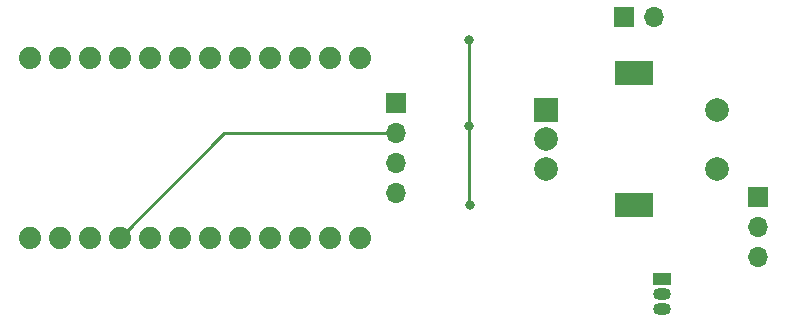
<source format=gbr>
%TF.GenerationSoftware,KiCad,Pcbnew,(6.0.4)*%
%TF.CreationDate,2022-07-20T14:34:23+01:00*%
%TF.ProjectId,_autosave-CameraIntervalometer,5f617574-6f73-4617-9665-2d43616d6572,rev?*%
%TF.SameCoordinates,Original*%
%TF.FileFunction,Copper,L2,Bot*%
%TF.FilePolarity,Positive*%
%FSLAX46Y46*%
G04 Gerber Fmt 4.6, Leading zero omitted, Abs format (unit mm)*
G04 Created by KiCad (PCBNEW (6.0.4)) date 2022-07-20 14:34:23*
%MOMM*%
%LPD*%
G01*
G04 APERTURE LIST*
%TA.AperFunction,ComponentPad*%
%ADD10R,2.000000X2.000000*%
%TD*%
%TA.AperFunction,ComponentPad*%
%ADD11C,2.000000*%
%TD*%
%TA.AperFunction,ComponentPad*%
%ADD12R,3.200000X2.000000*%
%TD*%
%TA.AperFunction,ComponentPad*%
%ADD13R,1.500000X1.050000*%
%TD*%
%TA.AperFunction,ComponentPad*%
%ADD14O,1.500000X1.050000*%
%TD*%
%TA.AperFunction,ComponentPad*%
%ADD15R,1.700000X1.700000*%
%TD*%
%TA.AperFunction,ComponentPad*%
%ADD16O,1.700000X1.700000*%
%TD*%
%TA.AperFunction,ComponentPad*%
%ADD17C,1.879600*%
%TD*%
%TA.AperFunction,ViaPad*%
%ADD18C,0.800000*%
%TD*%
%TA.AperFunction,Conductor*%
%ADD19C,0.250000*%
%TD*%
G04 APERTURE END LIST*
D10*
%TO.P,SW1,A,A*%
%TO.N,Net-(C1-Pad1)*%
X160500000Y-78950000D03*
D11*
%TO.P,SW1,B,B*%
%TO.N,Net-(C2-Pad1)*%
X160500000Y-83950000D03*
%TO.P,SW1,C,C*%
%TO.N,GND*%
X160500000Y-81450000D03*
D12*
%TO.P,SW1,MP*%
%TO.N,N/C*%
X168000000Y-75850000D03*
X168000000Y-87050000D03*
D11*
%TO.P,SW1,S1,S1*%
%TO.N,GND*%
X175000000Y-83950000D03*
%TO.P,SW1,S2,S2*%
%TO.N,Net-(C3-Pad1)*%
X175000000Y-78950000D03*
%TD*%
D13*
%TO.P,Q1,1,C*%
%TO.N,Net-(J1-Pad1)*%
X170370000Y-93300000D03*
D14*
%TO.P,Q1,2,B*%
%TO.N,Net-(Q1-Pad2)*%
X170370000Y-94570000D03*
%TO.P,Q1,3,E*%
%TO.N,GND*%
X170370000Y-95840000D03*
%TD*%
D15*
%TO.P,J1,1,Pin_1*%
%TO.N,Net-(J1-Pad1)*%
X178505000Y-86375000D03*
D16*
%TO.P,J1,2,Pin_2*%
%TO.N,unconnected-(J1-Pad2)*%
X178505000Y-88915000D03*
%TO.P,J1,3,GND*%
%TO.N,GND*%
X178505000Y-91455000D03*
%TD*%
D15*
%TO.P,BT1,1,BAT+*%
%TO.N,Net-(B1-Pad24)*%
X167100000Y-71120000D03*
D16*
%TO.P,BT1,2,BAT-*%
%TO.N,GND*%
X169640000Y-71120000D03*
%TD*%
D15*
%TO.P,U1,1,GND*%
%TO.N,GND*%
X147795000Y-78425000D03*
D16*
%TO.P,U1,2,VCC*%
%TO.N,+5VD*%
X147795000Y-80965000D03*
%TO.P,U1,3,SCL*%
%TO.N,/SCL*%
X147795000Y-83505000D03*
%TO.P,U1,4,SDA*%
%TO.N,/SDA*%
X147795000Y-86045000D03*
%TD*%
D17*
%TO.P,B1,1,TXO*%
%TO.N,Net-(B1-Pad1)*%
X116835000Y-74580000D03*
%TO.P,B1,2,RXI*%
%TO.N,Net-(B1-Pad2)*%
X119375000Y-74580000D03*
%TO.P,B1,3,GND*%
%TO.N,GND*%
X121915000Y-74580000D03*
%TO.P,B1,4,GND*%
X124455000Y-74580000D03*
%TO.P,B1,5,2*%
%TO.N,/SDA*%
X126995000Y-74580000D03*
%TO.P,B1,6,\u002A3*%
%TO.N,/SCL*%
X129535000Y-74580000D03*
%TO.P,B1,7,4*%
%TO.N,unconnected-(B1-Pad7)*%
X132075000Y-74580000D03*
%TO.P,B1,8,\u002A5*%
%TO.N,unconnected-(B1-Pad8)*%
X134615000Y-74580000D03*
%TO.P,B1,9,\u002A6*%
%TO.N,unconnected-(B1-Pad9)*%
X137155000Y-74580000D03*
%TO.P,B1,10,7*%
%TO.N,unconnected-(B1-Pad10)*%
X139695000Y-74580000D03*
%TO.P,B1,11,8*%
%TO.N,unconnected-(B1-Pad11)*%
X142235000Y-74580000D03*
%TO.P,B1,12,\u002A9*%
%TO.N,unconnected-(B1-Pad12)*%
X144775000Y-74580000D03*
%TO.P,B1,13,\u002A10*%
%TO.N,Net-(C3-Pad1)*%
X144775000Y-89820000D03*
%TO.P,B1,14,11(MOSI)*%
%TO.N,unconnected-(B1-Pad14)*%
X142235000Y-89820000D03*
%TO.P,B1,15,12(MISO)*%
%TO.N,Net-(B1-Pad15)*%
X139695000Y-89820000D03*
%TO.P,B1,16,13(SCK)*%
%TO.N,unconnected-(B1-Pad16)*%
X137155000Y-89820000D03*
%TO.P,B1,17,A0*%
%TO.N,unconnected-(B1-Pad17)*%
X134615000Y-89820000D03*
%TO.P,B1,18,A1*%
%TO.N,unconnected-(B1-Pad18)*%
X132075000Y-89820000D03*
%TO.P,B1,19,A2*%
%TO.N,unconnected-(B1-Pad19)*%
X129535000Y-89820000D03*
%TO.P,B1,20,A3*%
%TO.N,unconnected-(B1-Pad20)*%
X126995000Y-89820000D03*
%TO.P,B1,21,VCC*%
%TO.N,+5VD*%
X124455000Y-89820000D03*
%TO.P,B1,22,RESET*%
%TO.N,unconnected-(B1-Pad22)*%
X121915000Y-89820000D03*
%TO.P,B1,23,GND*%
%TO.N,GND*%
X119375000Y-89820000D03*
%TO.P,B1,24,RAW*%
%TO.N,Net-(B1-Pad24)*%
X116835000Y-89820000D03*
%TD*%
D18*
%TO.N,Net-(C2-Pad1)*%
X154050000Y-73050000D03*
X154050000Y-80300000D03*
X154100000Y-87050000D03*
%TD*%
D19*
%TO.N,+5VD*%
X124455000Y-89820000D02*
X133310000Y-80965000D01*
X133310000Y-80965000D02*
X147795000Y-80965000D01*
%TO.N,Net-(C2-Pad1)*%
X154050000Y-73050000D02*
X154050000Y-80350000D01*
X154050000Y-80350000D02*
X154050000Y-86700000D01*
X154050000Y-80300000D02*
X154050000Y-80350000D01*
%TD*%
M02*

</source>
